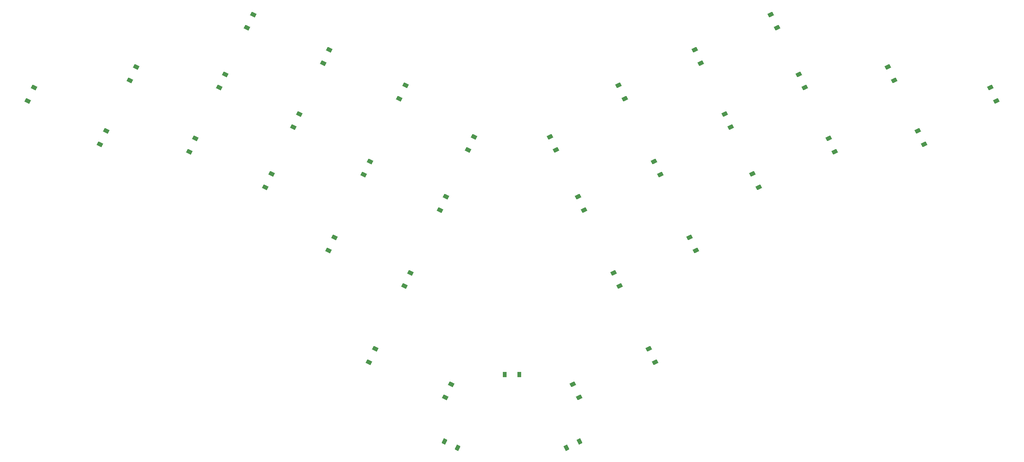
<source format=gbp>
%TF.GenerationSoftware,KiCad,Pcbnew,(5.99.0-13010-g08938463f1)*%
%TF.CreationDate,2021-12-30T23:18:04-06:00*%
%TF.ProjectId,balbuzard,62616c62-757a-4617-9264-2e6b69636164,Rev1*%
%TF.SameCoordinates,Original*%
%TF.FileFunction,Paste,Bot*%
%TF.FilePolarity,Positive*%
%FSLAX46Y46*%
G04 Gerber Fmt 4.6, Leading zero omitted, Abs format (unit mm)*
G04 Created by KiCad (PCBNEW (5.99.0-13010-g08938463f1)) date 2021-12-30 23:18:04*
%MOMM*%
%LPD*%
G01*
G04 APERTURE LIST*
G04 Aperture macros list*
%AMRotRect*
0 Rectangle, with rotation*
0 The origin of the aperture is its center*
0 $1 length*
0 $2 width*
0 $3 Rotation angle, in degrees counterclockwise*
0 Add horizontal line*
21,1,$1,$2,0,0,$3*%
G04 Aperture macros list end*
%ADD10RotRect,0.900000X1.200000X65.000000*%
%ADD11RotRect,0.900000X1.200000X115.000000*%
%ADD12R,0.900000X1.200000*%
%ADD13RotRect,0.900000X1.200000X205.000000*%
%ADD14RotRect,0.900000X1.200000X155.000000*%
G04 APERTURE END LIST*
D10*
%TO.C,D1*%
X30277880Y-60050708D03*
X31672520Y-57059892D03*
%TD*%
%TO.C,D12*%
X114371580Y-59542608D03*
X115766220Y-56551792D03*
%TD*%
D11*
%TO.C,D21*%
X226345520Y-55392108D03*
X224950880Y-52401292D03*
%TD*%
%TO.C,D28*%
X181447820Y-93982308D03*
X180053180Y-90991492D03*
%TD*%
D10*
%TO.C,D4*%
X66830680Y-71578608D03*
X68225320Y-68587792D03*
%TD*%
D11*
%TO.C,D26*%
X189370120Y-66013808D03*
X187975480Y-63022992D03*
%TD*%
D10*
%TO.C,D3*%
X53414380Y-55392108D03*
X54809020Y-52401292D03*
%TD*%
D12*
%TO.C,D37*%
X138230000Y-122030000D03*
X141530000Y-122030000D03*
%TD*%
D11*
%TO.C,D34*%
X172257720Y-119231908D03*
X170863080Y-116241092D03*
%TD*%
%TO.C,D29*%
X173418120Y-76762408D03*
X172023480Y-73771592D03*
%TD*%
D13*
%TO.C,D36*%
X155167908Y-137241780D03*
X152177092Y-138636420D03*
%TD*%
D10*
%TO.C,D9*%
X97151680Y-51512808D03*
X98546320Y-48521992D03*
%TD*%
D11*
%TO.C,D27*%
X182608220Y-51512808D03*
X181213580Y-48521992D03*
%TD*%
D10*
%TO.C,D6*%
X79931880Y-43483108D03*
X81326520Y-40492292D03*
%TD*%
%TO.C,D5*%
X73592580Y-57077708D03*
X74987220Y-54086892D03*
%TD*%
%TO.C,D13*%
X115531880Y-102012008D03*
X116926520Y-99021192D03*
%TD*%
D11*
%TO.C,D22*%
X212929220Y-71578608D03*
X211534580Y-68587792D03*
%TD*%
D14*
%TO.C,D18*%
X127582908Y-138636420D03*
X124592092Y-137241780D03*
%TD*%
D11*
%TO.C,D30*%
X165388320Y-59542608D03*
X163993680Y-56551792D03*
%TD*%
D10*
%TO.C,D15*%
X129900980Y-71197608D03*
X131295620Y-68206792D03*
%TD*%
%TO.C,D7*%
X84050580Y-79608408D03*
X85445220Y-76617592D03*
%TD*%
D11*
%TO.C,D35*%
X155037920Y-127261608D03*
X153643280Y-124270792D03*
%TD*%
D10*
%TO.C,D8*%
X90389780Y-66013808D03*
X91784420Y-63022992D03*
%TD*%
D11*
%TO.C,D20*%
X233107420Y-69893008D03*
X231712780Y-66902192D03*
%TD*%
D10*
%TO.C,D14*%
X123561680Y-84792208D03*
X124956320Y-81801392D03*
%TD*%
D11*
%TO.C,D23*%
X206167320Y-57077708D03*
X204772680Y-54086892D03*
%TD*%
D10*
%TO.C,D10*%
X98312080Y-93982308D03*
X99706720Y-90991492D03*
%TD*%
D11*
%TO.C,D33*%
X149859020Y-71197608D03*
X148464380Y-68206792D03*
%TD*%
%TO.C,D32*%
X156198220Y-84792208D03*
X154803580Y-81801392D03*
%TD*%
%TO.C,D24*%
X199828020Y-43483108D03*
X198433380Y-40492292D03*
%TD*%
D10*
%TO.C,D17*%
X124721980Y-127261608D03*
X126116620Y-124270792D03*
%TD*%
%TO.C,D16*%
X107502180Y-119231908D03*
X108896820Y-116241092D03*
%TD*%
%TO.C,D2*%
X46652480Y-69893008D03*
X48047120Y-66902192D03*
%TD*%
%TO.C,D11*%
X106341780Y-76762408D03*
X107736420Y-73771592D03*
%TD*%
D11*
%TO.C,D25*%
X195709320Y-79608408D03*
X194314680Y-76617592D03*
%TD*%
%TO.C,D19*%
X249482020Y-60050708D03*
X248087380Y-57059892D03*
%TD*%
%TO.C,D31*%
X164228020Y-102012008D03*
X162833380Y-99021192D03*
%TD*%
M02*

</source>
